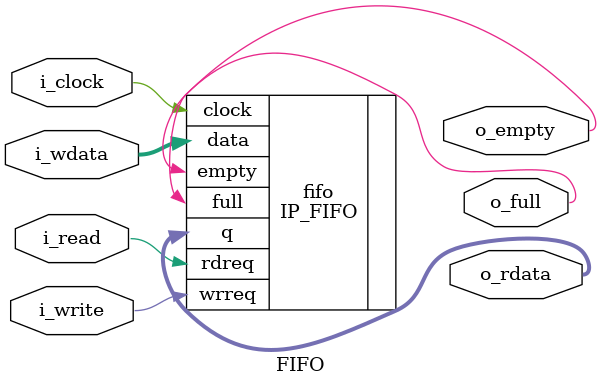
<source format=v>

`timescale 1ns/1ns

module FIFO #(
	parameter DEPTH = 64
)(
	input wire i_clock,

	output wire o_empty,
	output wire o_full,

	input wire i_write,
	input wire [7:0] i_wdata,

	input wire i_read,
	output wire [7:0] o_rdata
);

`ifdef __TESTBENCH__

	reg [7:0] rdata;
	reg [7:0] data [0:DEPTH - 1];
	reg [$clog2(DEPTH) - 1:0] in;
	reg [$clog2(DEPTH) - 1:0] out;
	reg last_write;
	reg last_read;

	assign o_empty = (in == out) ? 1'b1 : 1'b0;
	assign o_full = (((in + 1) & (DEPTH - 1)) == out) ? 1'b1 : 1'b0;
	assign o_rdata = rdata;

	initial begin
		rdata = 0;
		in = 0;
		out = 0;
		last_write = 0;
		last_read = 0;
	end

	always @ (posedge i_clock) begin
		if (i_write && !last_write) begin
			data[in] <= i_wdata;
			in <= (in + 1) & (DEPTH - 1);
		end
		last_write <= i_write;

		if (i_read && !last_read) begin
			rdata <= data[out];
			out <= (out + 1) & (DEPTH - 1);
		end
		last_read <= i_read;
	end

`else

	IP_FIFO fifo(
		.clock(i_clock),
		.data(i_wdata),
		.rdreq(i_read),
		.wrreq(i_write),
		.empty(o_empty),
		.full(o_full),
		.q(o_rdata)
	);

`endif

endmodule

</source>
